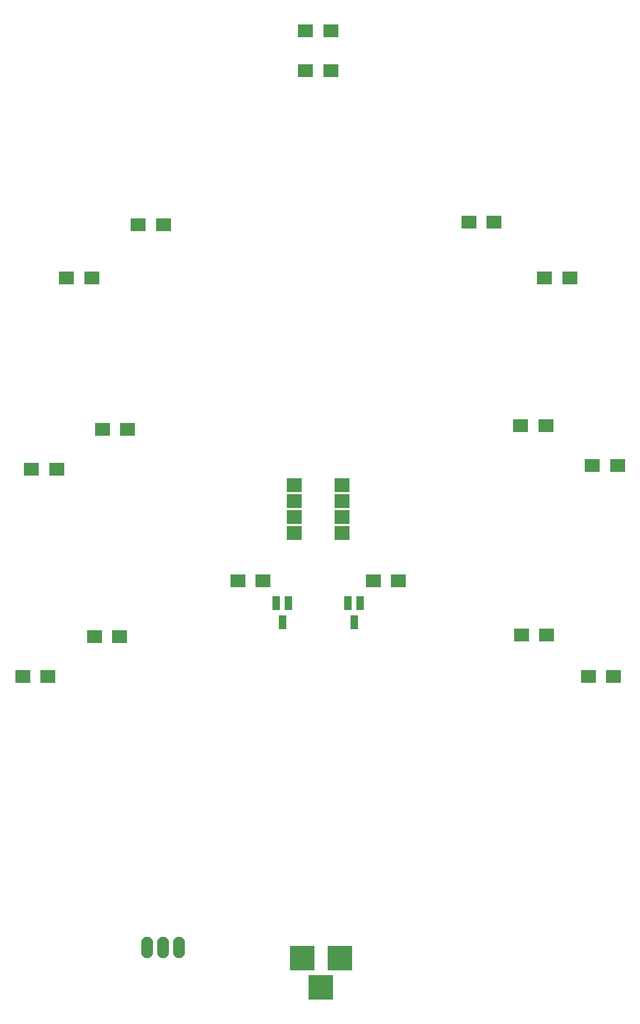
<source format=gbr>
G04 #@! TF.FileFunction,Soldermask,Top*
%FSLAX46Y46*%
G04 Gerber Fmt 4.6, Leading zero omitted, Abs format (unit mm)*
G04 Created by KiCad (PCBNEW 4.0.6) date Tuesday, November 14, 2017 'PMt' 08:02:21 PM*
%MOMM*%
%LPD*%
G01*
G04 APERTURE LIST*
%ADD10C,0.100000*%
%ADD11R,2.400000X2.100000*%
%ADD12R,2.400000X2.180000*%
%ADD13O,1.910000X3.410000*%
%ADD14R,3.900000X3.900000*%
%ADD15R,1.200000X2.300000*%
G04 APERTURE END LIST*
D10*
D11*
X48165000Y-128270000D03*
X52165000Y-128270000D03*
X142970000Y-94615000D03*
X138970000Y-94615000D03*
X55150000Y-64770000D03*
X59150000Y-64770000D03*
D12*
X91440000Y-97790000D03*
X99060000Y-105410000D03*
X91440000Y-100330000D03*
X99060000Y-102870000D03*
X91440000Y-102870000D03*
X99060000Y-100330000D03*
X91440000Y-105410000D03*
X99060000Y-97790000D03*
D11*
X142335000Y-128270000D03*
X138335000Y-128270000D03*
X49562000Y-95250000D03*
X53562000Y-95250000D03*
X135350000Y-64770000D03*
X131350000Y-64770000D03*
X59595000Y-121920000D03*
X63595000Y-121920000D03*
X131540000Y-88265000D03*
X127540000Y-88265000D03*
X66580000Y-56261000D03*
X70580000Y-56261000D03*
X131667000Y-121666000D03*
X127667000Y-121666000D03*
X60865000Y-88900000D03*
X64865000Y-88900000D03*
X123285000Y-55880000D03*
X119285000Y-55880000D03*
X93250000Y-31750000D03*
X97250000Y-31750000D03*
D13*
X73025000Y-171450000D03*
X70485000Y-171450000D03*
X67945000Y-171450000D03*
D11*
X93250000Y-25400000D03*
X97250000Y-25400000D03*
D14*
X98679000Y-173101000D03*
X92679000Y-173101000D03*
X95679000Y-177801000D03*
D11*
X104045000Y-113030000D03*
X108045000Y-113030000D03*
X82455000Y-113030000D03*
X86455000Y-113030000D03*
D15*
X90485000Y-116610000D03*
X88585000Y-116610000D03*
X89535000Y-119610000D03*
X101915000Y-116610000D03*
X100015000Y-116610000D03*
X100965000Y-119610000D03*
M02*

</source>
